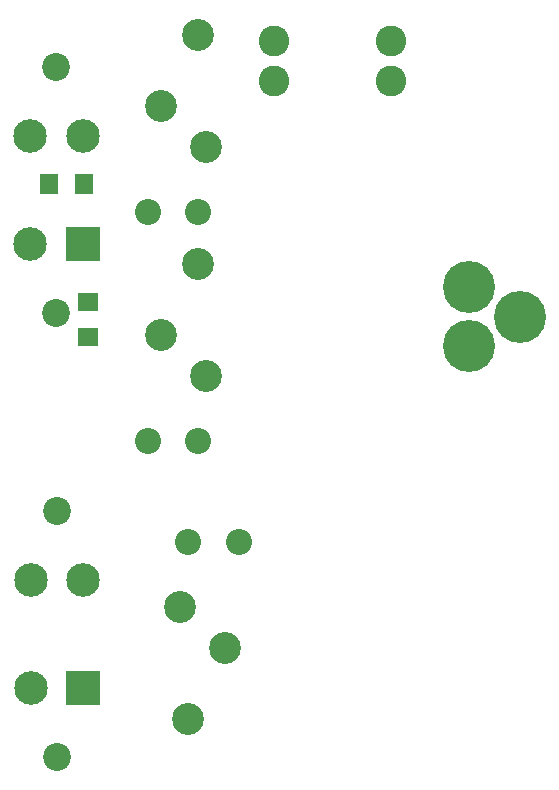
<source format=gbr>
%TF.GenerationSoftware,Altium Limited,Altium Designer,19.1.7 (138)*%
G04 Layer_Color=16711935*
%FSLAX26Y26*%
%MOIN*%
%TF.FileFunction,Soldermask,Bot*%
%TF.Part,Single*%
G01*
G75*
%TA.AperFunction,SMDPad,CuDef*%
%ADD22R,0.061150X0.065087*%
%ADD23R,0.065087X0.061150*%
%TA.AperFunction,ComponentPad*%
%ADD24C,0.111937*%
%ADD25R,0.111937X0.111937*%
%ADD26C,0.093039*%
%ADD27C,0.106425*%
%ADD28C,0.086740*%
%ADD29C,0.173354*%
%ADD30C,0.102488*%
D22*
X1605315Y2714567D02*
D03*
X1721457D02*
D03*
D23*
X1737205Y2319882D02*
D03*
Y2203740D02*
D03*
D24*
X1720394Y1393465D02*
D03*
X1545197D02*
D03*
Y1034409D02*
D03*
X1543228Y2514110D02*
D03*
Y2873165D02*
D03*
X1718425D02*
D03*
D25*
X1720394Y1034409D02*
D03*
X1718425Y2514110D02*
D03*
D26*
X1632874Y1624016D02*
D03*
Y803937D02*
D03*
X1630906Y2283637D02*
D03*
Y3103716D02*
D03*
D27*
X2068898Y932087D02*
D03*
X2043307Y1306102D02*
D03*
X2192913Y1168307D02*
D03*
X1980315Y2211708D02*
D03*
X2129921Y2073913D02*
D03*
X2104331Y2447928D02*
D03*
X1980315Y2975487D02*
D03*
X2129921Y2837692D02*
D03*
X2104331Y3211708D02*
D03*
D28*
X2238189Y1522638D02*
D03*
X2068898D02*
D03*
X2104331Y1857377D02*
D03*
X1935039D02*
D03*
X2104331Y2621157D02*
D03*
X1935039D02*
D03*
D29*
X3005704Y2371063D02*
D03*
X3176181Y2272638D02*
D03*
X3005704Y2174213D02*
D03*
D30*
X2355630Y3190566D02*
D03*
X2746181D02*
D03*
X2355630Y3056708D02*
D03*
X2746181D02*
D03*
%TF.MD5,abd32cb94b96b86f07c0b5ba8a634970*%
M02*

</source>
